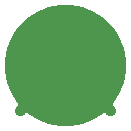
<source format=gbr>
G04 #@! TF.GenerationSoftware,KiCad,Pcbnew,(5.0.2)-1*
G04 #@! TF.CreationDate,2019-04-28T13:22:13-07:00*
G04 #@! TF.ProjectId,SMOL,534d4f4c-2e6b-4696-9361-645f70636258,rev?*
G04 #@! TF.SameCoordinates,Original*
G04 #@! TF.FileFunction,Soldermask,Bot*
G04 #@! TF.FilePolarity,Negative*
%FSLAX46Y46*%
G04 Gerber Fmt 4.6, Leading zero omitted, Abs format (unit mm)*
G04 Created by KiCad (PCBNEW (5.0.2)-1) date 4/28/2019 1:22:13 PM*
%MOMM*%
%LPD*%
G01*
G04 APERTURE LIST*
%ADD10C,0.304800*%
G04 APERTURE END LIST*
D10*
G36*
X103096598Y-96666373D02*
X104030344Y-97053143D01*
X104030345Y-97053144D01*
X104870695Y-97614647D01*
X105585353Y-98329305D01*
X105959688Y-98889538D01*
X106146857Y-99169656D01*
X106533627Y-100103402D01*
X106730800Y-101094659D01*
X106730800Y-102105341D01*
X106533627Y-103096598D01*
X106146857Y-104030344D01*
X105601999Y-104845782D01*
X105590448Y-104867393D01*
X105583335Y-104890842D01*
X105580933Y-104915228D01*
X105583335Y-104939614D01*
X105590448Y-104963063D01*
X105601999Y-104984674D01*
X105617545Y-105003616D01*
X105636481Y-105019157D01*
X105697083Y-105059650D01*
X105697371Y-105059843D01*
X105760157Y-105122629D01*
X105760159Y-105122632D01*
X105809494Y-105196466D01*
X105843476Y-105278507D01*
X105860800Y-105365600D01*
X105860800Y-105454400D01*
X105843476Y-105541493D01*
X105809494Y-105623534D01*
X105760492Y-105696870D01*
X105760157Y-105697371D01*
X105697371Y-105760157D01*
X105697368Y-105760159D01*
X105623534Y-105809494D01*
X105541493Y-105843476D01*
X105454401Y-105860800D01*
X105365599Y-105860800D01*
X105278507Y-105843476D01*
X105196466Y-105809494D01*
X105122632Y-105760159D01*
X105122629Y-105760157D01*
X105059843Y-105697371D01*
X105059650Y-105697083D01*
X105019157Y-105636481D01*
X105003617Y-105617545D01*
X104984675Y-105602000D01*
X104963064Y-105590448D01*
X104939615Y-105583335D01*
X104915229Y-105580933D01*
X104890842Y-105583335D01*
X104867393Y-105590448D01*
X104845782Y-105601999D01*
X104030344Y-106146857D01*
X103096598Y-106533627D01*
X102105341Y-106730800D01*
X101094659Y-106730800D01*
X100103402Y-106533627D01*
X99169656Y-106146857D01*
X98354218Y-105601999D01*
X98332607Y-105590448D01*
X98309158Y-105583335D01*
X98284772Y-105580933D01*
X98260386Y-105583335D01*
X98236937Y-105590448D01*
X98215326Y-105601999D01*
X98196384Y-105617545D01*
X98180843Y-105636481D01*
X98140350Y-105697083D01*
X98140157Y-105697371D01*
X98077371Y-105760157D01*
X98077368Y-105760159D01*
X98003534Y-105809494D01*
X97921493Y-105843476D01*
X97834401Y-105860800D01*
X97745599Y-105860800D01*
X97658507Y-105843476D01*
X97576466Y-105809494D01*
X97502632Y-105760159D01*
X97502629Y-105760157D01*
X97439843Y-105697371D01*
X97439508Y-105696870D01*
X97390506Y-105623534D01*
X97356524Y-105541493D01*
X97339200Y-105454400D01*
X97339200Y-105365600D01*
X97356524Y-105278507D01*
X97390506Y-105196466D01*
X97439841Y-105122632D01*
X97439843Y-105122629D01*
X97502629Y-105059843D01*
X97502917Y-105059650D01*
X97563519Y-105019157D01*
X97582455Y-105003617D01*
X97598000Y-104984675D01*
X97609552Y-104963064D01*
X97616665Y-104939615D01*
X97619067Y-104915229D01*
X97616665Y-104890842D01*
X97609552Y-104867393D01*
X97598001Y-104845782D01*
X97053143Y-104030344D01*
X96666373Y-103096598D01*
X96469200Y-102105341D01*
X96469200Y-101094659D01*
X96666373Y-100103402D01*
X97053143Y-99169656D01*
X97240312Y-98889538D01*
X97614647Y-98329305D01*
X98329305Y-97614647D01*
X99169655Y-97053144D01*
X99169656Y-97053143D01*
X100103402Y-96666373D01*
X101094659Y-96469200D01*
X102105341Y-96469200D01*
X103096598Y-96666373D01*
X103096598Y-96666373D01*
G37*
M02*

</source>
